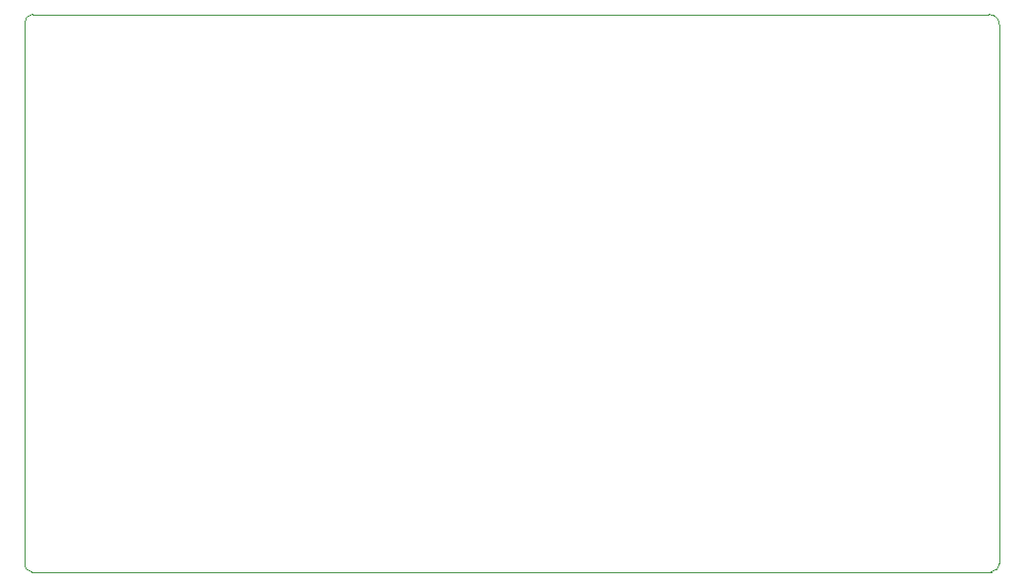
<source format=gbr>
G04 #@! TF.GenerationSoftware,KiCad,Pcbnew,5.1.2*
G04 #@! TF.CreationDate,2019-05-22T13:27:26-05:00*
G04 #@! TF.ProjectId,SM16106,534d3136-3130-4362-9e6b-696361645f70,rev?*
G04 #@! TF.SameCoordinates,Original*
G04 #@! TF.FileFunction,Profile,NP*
%FSLAX46Y46*%
G04 Gerber Fmt 4.6, Leading zero omitted, Abs format (unit mm)*
G04 Created by KiCad (PCBNEW 5.1.2) date 2019-05-22 13:27:26*
%MOMM*%
%LPD*%
G04 APERTURE LIST*
%ADD10C,0.050000*%
G04 APERTURE END LIST*
D10*
X199700000Y-109500000D02*
G75*
G02X199000000Y-110200000I-700000J0D01*
G01*
X116400000Y-110200000D02*
G75*
G02X115800000Y-109600000I0J600000D01*
G01*
X115800000Y-62900000D02*
G75*
G02X116500000Y-62200000I700000J0D01*
G01*
X198800000Y-62200000D02*
G75*
G02X199700000Y-63100000I0J-900000D01*
G01*
X115800000Y-109600000D02*
X115800000Y-62900000D01*
X199000000Y-110200000D02*
X116400000Y-110200000D01*
X199700000Y-63100000D02*
X199700000Y-109500000D01*
X116500000Y-62200000D02*
X198800000Y-62200000D01*
M02*

</source>
